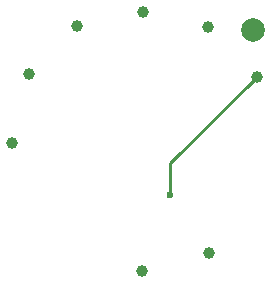
<source format=gbr>
G04 #@! TF.FileFunction,Copper,L2,Bot,Signal*
%FSLAX46Y46*%
G04 Gerber Fmt 4.6, Leading zero omitted, Abs format (unit mm)*
G04 Created by KiCad (PCBNEW no-vcs-found-product) date dom 12 lug 2015 22:33:50 CEST*
%MOMM*%
G01*
G04 APERTURE LIST*
%ADD10C,0.200000*%
%ADD11C,1.998980*%
%ADD12C,1.000760*%
%ADD13C,0.600000*%
%ADD14C,0.250000*%
G04 APERTURE END LIST*
D10*
D11*
X209308700Y-69977000D03*
D12*
X199974000Y-90398600D03*
X205600000Y-88823800D03*
X209677000Y-73914000D03*
X205549500Y-69672200D03*
X200025000Y-68453000D03*
X194487800Y-69634100D03*
X190385700Y-73672700D03*
X188976000Y-79502000D03*
D13*
X202322800Y-83962600D03*
D14*
X202322900Y-83962600D02*
X202322800Y-83962600D01*
X202322900Y-81268100D02*
X202322900Y-83962600D01*
X209677000Y-73914000D02*
X202322900Y-81268100D01*
M02*

</source>
